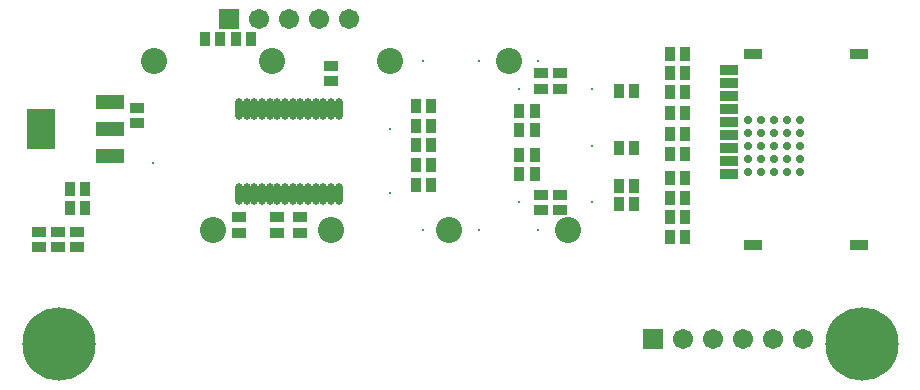
<source format=gbs>
%FSTAX23Y23*%
%MOIN*%
%SFA1B1*%

%IPPOS*%
%ADD24R,0.035560X0.045400*%
%ADD29R,0.045400X0.035560*%
%ADD31C,0.008000*%
%ADD32C,0.086740*%
%ADD33R,0.067060X0.067060*%
%ADD34C,0.067060*%
%ADD35C,0.244220*%
%ADD36C,0.027690*%
%ADD55R,0.092650X0.135950*%
%ADD56R,0.092650X0.047370*%
%ADD57O,0.023750X0.072960*%
%ADD58R,0.063120X0.032410*%
%LNboard-1*%
%LPD*%
G54D24*
X0243Y04685D03*
X02379D03*
X0243Y0462D03*
X02379D03*
X02934Y05185D03*
X02985D03*
X02829D03*
X0288D03*
X03534Y04699D03*
X03585D03*
X03534Y04765D03*
X03585D03*
X03534Y0483D03*
X03585D03*
X03534Y04895D03*
X03585D03*
X03534Y0496D03*
X03585D03*
X03878Y04735D03*
X0393D03*
X03878Y04799D03*
X0393D03*
X03878Y04882D03*
X0393D03*
X03878Y04946D03*
X0393D03*
X0426Y0501D03*
X04209D03*
X0421Y04821D03*
X04261D03*
X0426Y04695D03*
X04209D03*
X0426Y04635D03*
X04209D03*
X0443Y05135D03*
X04379D03*
Y0507D03*
X0443D03*
X04379Y05007D03*
X0443D03*
X04379Y04938D03*
X0443D03*
Y04869D03*
X04379D03*
Y048D03*
X0443D03*
X04379Y0472D03*
X0443D03*
X04379Y04655D03*
X0443D03*
X04379Y0459D03*
X0443D03*
X04379Y04525D03*
X0443D03*
G54D29*
X03148Y0459D03*
Y04539D03*
X03071Y0459D03*
Y04539D03*
X02943Y0459D03*
Y04539D03*
X02276Y0449D03*
Y04541D03*
X02339Y0449D03*
Y04541D03*
X02402Y0449D03*
Y04541D03*
X02605Y04904D03*
Y04955D03*
X0325Y05045D03*
Y05096D03*
X0395Y04666D03*
Y04614D03*
X04015Y04666D03*
Y04614D03*
X0395Y05019D03*
Y0507D03*
X04015Y05019D03*
Y0507D03*
G54D31*
X03877Y0464D03*
Y05018D03*
X0394Y0511D03*
X03743D03*
X03558D03*
X04121Y05018D03*
Y04829D03*
Y0464D03*
X0394Y04548D03*
X03743D03*
X03558D03*
X03448Y04886D03*
Y04673D03*
X02657Y04772D03*
G54D32*
X02661Y0511D03*
X03055D03*
X03448D03*
X03842D03*
X03645Y04548D03*
X04039D03*
X03251D03*
X02858D03*
G54D33*
X0291Y0525D03*
X04325Y04185D03*
G54D34*
X0301Y0525D03*
X0311D03*
X0321D03*
X0331D03*
X04825Y04185D03*
X04725D03*
X04625D03*
X04525D03*
X04425D03*
G54D35*
X02342Y04168D03*
X05019D03*
G54D36*
X04639Y04742D03*
Y04786D03*
Y04829D03*
Y04872D03*
Y04916D03*
X04682Y04742D03*
Y04786D03*
Y04829D03*
Y04872D03*
Y04916D03*
X04726Y04742D03*
Y04786D03*
Y04829D03*
Y04872D03*
Y04916D03*
X04769Y04742D03*
Y04786D03*
Y04829D03*
Y04872D03*
Y04916D03*
X04812Y04742D03*
Y04786D03*
Y04829D03*
Y04872D03*
Y04916D03*
G54D55*
X02284Y04885D03*
G54D56*
X02515Y04794D03*
Y04885D03*
Y04975D03*
G54D57*
X03276Y04667D03*
X0325D03*
X03225D03*
X03199D03*
X03173D03*
X03148D03*
X03122D03*
X03097D03*
X03071D03*
X03046D03*
X0302D03*
X02994D03*
X02969D03*
X02943D03*
X03276Y04952D03*
X0325D03*
X03225D03*
X03199D03*
X03173D03*
X03148D03*
X03122D03*
X03097D03*
X03071D03*
X03046D03*
X0302D03*
X02994D03*
X02969D03*
X02943D03*
G54D58*
X05011Y04499D03*
X04657D03*
X05011Y05135D03*
X04657D03*
X04578Y04864D03*
Y05081D03*
Y04994D03*
Y04951D03*
Y04908D03*
Y04821D03*
Y04778D03*
Y05038D03*
Y04735D03*
M02*
</source>
